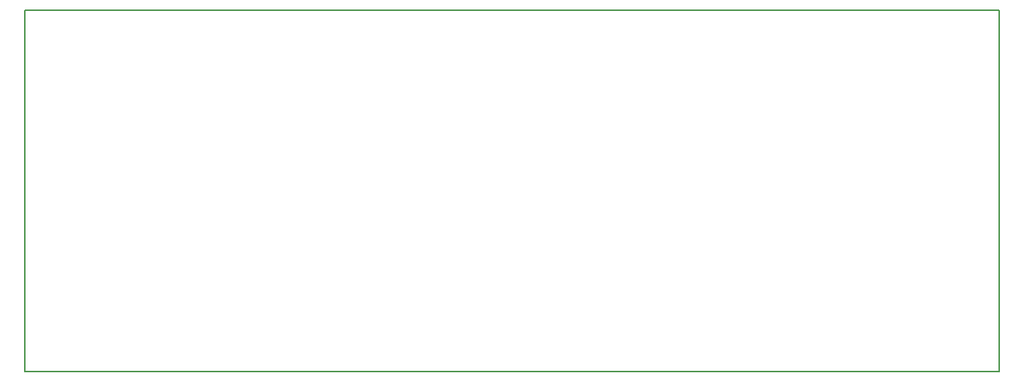
<source format=gbr>
G04 #@! TF.FileFunction,Profile,NP*
%FSLAX46Y46*%
G04 Gerber Fmt 4.6, Leading zero omitted, Abs format (unit mm)*
G04 Created by KiCad (PCBNEW 4.0.3-1.fc24-product) date Sat Sep 10 15:23:13 2016*
%MOMM*%
%LPD*%
G01*
G04 APERTURE LIST*
%ADD10C,0.100000*%
%ADD11C,0.150000*%
G04 APERTURE END LIST*
D10*
D11*
X50000000Y-92000000D02*
X50000000Y-50000000D01*
X163000000Y-92000000D02*
X50000000Y-92000000D01*
X163000000Y-50000000D02*
X163000000Y-92000000D01*
X50000000Y-50000000D02*
X163000000Y-50000000D01*
M02*

</source>
